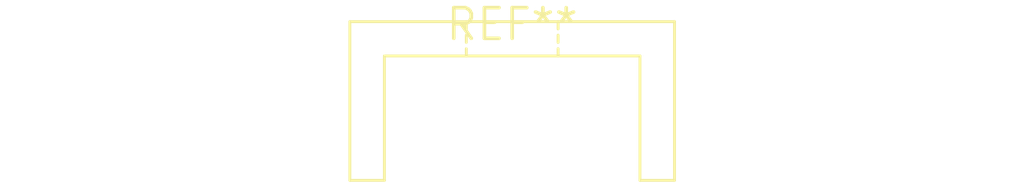
<source format=kicad_pcb>
(kicad_pcb (version 20240108) (generator pcbnew)
  (layers (0 "F.Cu" signal) (31 "B.Cu" signal) (34 "B.Paste" user) (35 "F.Paste" user) (36 "B.SilkS" user "B.Silkscreen") (37 "F.SilkS" user "F.Silkscreen") (38 "B.Mask" user) (39 "F.Mask" user) (44 "Edge.Cuts" user))
  (net 0 "")
  (footprint "Heatsink_Stonecold_HS-S01_13.21x6.35mm" (layer "F.Cu") (at 0 0)
    (property "Reference" "REF**")
    (property "Value" "Heatsink_Stonecold_HS-S01_13.21x6.35mm")
    (fp_line (start -6.72 -0.11) (end -6.72 6.46) (layer "F.SilkS") (stroke (width 0.12)))
    (fp_line (start -6.72 -0.11) (end 6.72 -0.11) (layer "F.SilkS") (stroke (width 0.12)))
    (fp_line (start -6.72 6.46) (end -5.29 6.46) (layer "F.SilkS") (stroke (width 0.12)))
    (fp_line (start -5.29 1.31) (end 5.29 1.31) (layer "F.SilkS") (stroke (width 0.12)))
    (fp_line (start -5.29 6.46) (end -5.29 1.31) (layer "F.SilkS") (stroke (width 0.12)))
    (fp_line (start -1.9 -0.11) (end -1.9 0.19) (layer "F.SilkS") (stroke (width 0.12)))
    (fp_line (start -1.9 0.45) (end -1.9 0.75) (layer "F.SilkS") (stroke (width 0.12)))
    (fp_line (start -1.9 1.01) (end -1.9 1.31) (layer "F.SilkS") (stroke (width 0.12)))
    (fp_line (start 1.9 -0.11) (end 1.9 0.19) (layer "F.SilkS") (stroke (width 0.12)))
    (fp_line (start 1.9 0.45) (end 1.9 0.75) (layer "F.SilkS") (stroke (width 0.12)))
    (fp_line (start 1.9 1.01) (end 1.9 1.31) (layer "F.SilkS") (stroke (width 0.12)))
    (fp_line (start 5.29 1.31) (end 5.29 6.46) (layer "F.SilkS") (stroke (width 0.12)))
    (fp_line (start 5.29 6.46) (end 6.72 6.46) (layer "F.SilkS") (stroke (width 0.12)))
    (fp_line (start 6.72 -0.11) (end 6.72 6.46) (layer "F.SilkS") (stroke (width 0.12)))
  )
)
</source>
